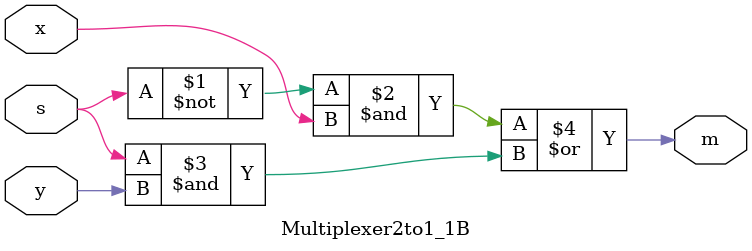
<source format=v>
/* 1 bit multiplexer: 2 inputs, 1 output
 * Author: Gustavo-Adolfo Murillo
 * Date: February 2024
 * 
 * DESCRIPTION:
 * This program is designed to learn how to sintetize a one bit multiplexer
 * 2 to 1 module in the FPGA, where:
 * 	(x, y) are 1 bit inputs
 * 	m is 1 bit output
 * 	s is the 1 bit selector
 */

module Multiplexer2to1_1B(x, y, s, m);
	input x, y, s;
	output m;
	
	assign m = (~s & x) | (s & y);
endmodule 
</source>
